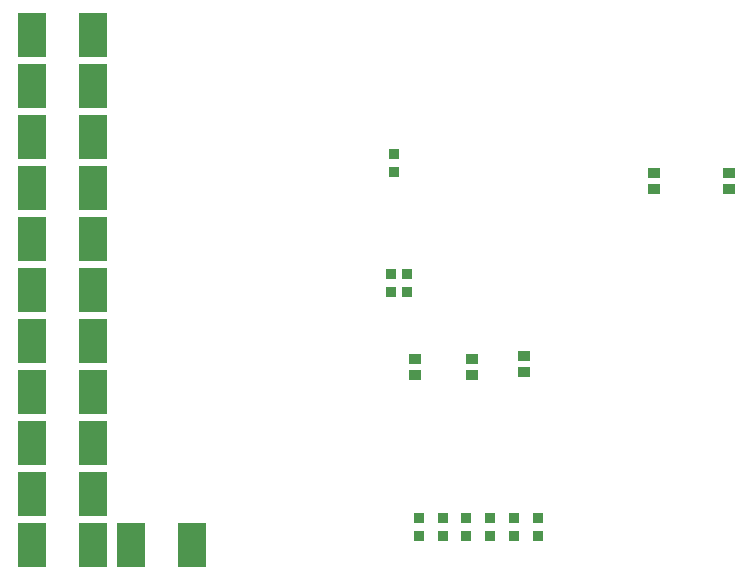
<source format=gbp>
G04 Layer_Color=128*
%FSTAX24Y24*%
%MOIN*%
G70*
G01*
G75*
%ADD16R,0.0335X0.0335*%
%ADD18R,0.0394X0.0354*%
%ADD47R,0.0965X0.1457*%
D16*
X028344Y028805D02*
D03*
Y029415D02*
D03*
X027544Y028805D02*
D03*
Y029415D02*
D03*
X029094Y028805D02*
D03*
Y029415D02*
D03*
X029894Y028805D02*
D03*
Y029415D02*
D03*
X030694Y028805D02*
D03*
Y029415D02*
D03*
X031494Y028805D02*
D03*
Y029415D02*
D03*
X02715Y037565D02*
D03*
Y036955D02*
D03*
X026594D02*
D03*
Y037565D02*
D03*
X026694Y040955D02*
D03*
Y041565D02*
D03*
D18*
X035374Y040926D02*
D03*
Y040394D02*
D03*
X037874Y040926D02*
D03*
Y040394D02*
D03*
X031044Y034294D02*
D03*
Y034826D02*
D03*
X029294Y034194D02*
D03*
Y034726D02*
D03*
X027394Y034194D02*
D03*
Y034726D02*
D03*
D47*
X017955Y028507D02*
D03*
X019982D02*
D03*
X014655Y037007D02*
D03*
X016682D02*
D03*
X014655Y038707D02*
D03*
X016682D02*
D03*
X014655Y040407D02*
D03*
X016682D02*
D03*
X014655Y042107D02*
D03*
X016682D02*
D03*
X014655Y043807D02*
D03*
X016682D02*
D03*
X014655Y045507D02*
D03*
X016682D02*
D03*
X014655Y028507D02*
D03*
X016682D02*
D03*
X014655Y030207D02*
D03*
X016682D02*
D03*
X014655Y031907D02*
D03*
X016682D02*
D03*
X014655Y033607D02*
D03*
X016682D02*
D03*
X014655Y035307D02*
D03*
X016682D02*
D03*
M02*

</source>
